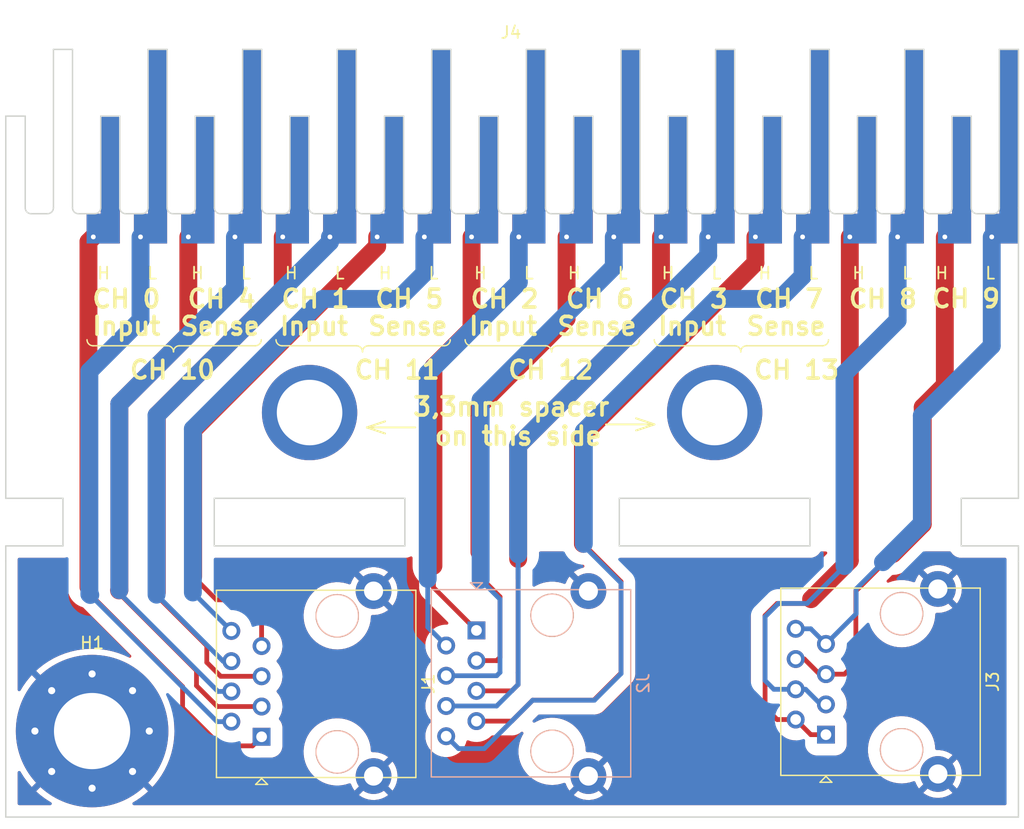
<source format=kicad_pcb>
(kicad_pcb (version 20211014) (generator pcbnew)
  (layers (0 "F.Cu" signal "Front") (31 "B.Cu" signal "Back") (34 "B.Paste" user) (35 "F.Paste" user) (36 "B.SilkS" user "B.Silkscreen") (37 "F.SilkS" user "F.Silkscreen") (38 "B.Mask" user) (39 "F.Mask" user) (44 "Edge.Cuts" user))
  (net 0 "")
  (net 1 "/CH0 H")
  (net 2 "/CH0 L")
  (net 3 "/CH4 H")
  (net 4 "/CH4 L")
  (net 5 "/CH1 H")
  (net 6 "/CH1 L")
  (net 7 "/CH5 H")
  (net 8 "/CH5 L")
  (net 9 "GND")
  (net 10 "/CH2 H")
  (net 11 "/CH2 L")
  (net 12 "/CH6 H")
  (net 13 "/CH6 L")
  (net 14 "/CH3 H")
  (net 15 "/CH3 L")
  (net 16 "/CH7 H")
  (net 17 "/CH7 L")
  (net 18 "/CH8 H")
  (net 19 "/CH8 L")
  (net 20 "/CH9 H")
  (net 21 "/CH9 L")
  (footprint "MountingHole:MountingHole_6.4mm_M6_Pad_Via" (layer "F.Cu") (at 97.8408 74.7776)
    (fp_text reference "H1")
    (fp_text value "GND")
  )
  (footprint "Connector_RJ:RJ45_OST_PJ012-8P8CX_Vertical_SH" (layer "F.Cu") (at 159.439 75.08 90)
    (fp_text reference "J3")
    (fp_text value "RJ45_Shielded")
  )
  (footprint "Connector_RJ:RJ45_OST_PJ012-8P8CX_Vertical_SH" (layer "F.Cu") (at 112.068 75.2578 90)
    (fp_text reference "J1")
    (fp_text value "RJ45_Shielded")
  )
  (footprint "David:44491A_screw_terminal_PCB" (layer "F.Cu") (at 133.096 17.526)
    (fp_text reference "J4")
    (fp_text value "HP_44491A_Screw_Terminal_PCB")
    (fp_line (start 13.11 13.3) (end 13.11 5.6) (layer "Edge.Cuts") (width 0.12))
    (fp_line (start 9 37.7) (end 25 37.7) (layer "Edge.Cuts") (width 0.12))
    (fp_line (start -42.5 5.6) (end -40.87 5.6) (layer "Edge.Cuts") (width 0.12))
    (fp_line (start -24.99 13.3) (end -24.99 5.6) (layer "Edge.Cuts") (width 0.12))
    (fp_line (start 13.11 5.6) (end 14.71 5.6) (layer "Edge.Cuts") (width 0.12))
    (fp_line (start 0.7 13.8) (end -0.67 13.8) (layer "Edge.Cuts") (width 0.12))
    (fp_line (start 9.14 13.3) (end 9.14 0) (layer "Edge.Cuts") (width 0.12))
    (fp_line (start 9 37.7) (end 9 41.7) (layer "Edge.Cuts") (width 0.12))
    (fp_line (start -18.65 5.6) (end -17.05 5.6) (layer "Edge.Cuts") (width 0.12))
    (fp_line (start -40.87 13.3) (end -40.87 5.6) (layer "Edge.Cuts") (width 0.12))
    (fp_line (start -37.7 37.7) (end -37.7 41.7) (layer "Edge.Cuts") (width 0.12))
    (fp_line (start 42.5 13.3) (end 42.5 37.7) (layer "Edge.Cuts") (width 0.12))
    (fp_line (start 14.71 13.3) (end 14.71 5.6) (layer "Edge.Cuts") (width 0.12))
    (fp_line (start 1.2 13.3) (end 1.2 0) (layer "Edge.Cuts") (width 0.12))
    (fp_line (start -26.59 5.6) (end -24.99 5.6) (layer "Edge.Cuts") (width 0.12))
    (fp_line (start -3.27 13.8) (end -4.64 13.8) (layer "Edge.Cuts") (width 0.12))
    (fp_line (start 40.4 13.8) (end 39.03 13.8) (layer "Edge.Cuts") (width 0.12))
    (fp_line (start 37.7 37.7) (end 37.7 41.7) (layer "Edge.Cuts") (width 0.12))
    (fp_line (start -35.03 13.8) (end -36.4 13.8) (layer "Edge.Cuts") (width 0.12))
    (fp_line (start -28.96 0) (end -28.96 13.3) (layer "Edge.Cuts") (width 0.12))
    (fp_line (start -21.02 0) (end -21.02 13.3) (layer "Edge.Cuts") (width 0.12))
    (fp_line (start 1.2 0) (end 2.8 0) (layer "Edge.Cuts") (width 0.12))
    (fp_line (start -9.11 13.3) (end -9.11 5.6) (layer "Edge.Cuts") (width 0.12))
    (fp_line (start -2.77 5.6) (end -1.17 5.6) (layer "Edge.Cuts") (width 0.12))
    (fp_line (start 25.02 13.3) (end 25.02 0) (layer "Edge.Cuts") (width 0.12))
    (fp_line (start 25 37.7) (end 25 41.7) (layer "Edge.Cuts") (width 0.12))
    (fp_line (start 32.46 13.8) (end 31.09 13.8) (layer "Edge.Cuts") (width 0.12))
    (fp_line (start -22.62 0) (end -21.02 0) (layer "Edge.Cuts") (width 0.12))
    (fp_line (start -34.53 5.6) (end -32.93 5.6) (layer "Edge.Cuts") (width 0.12))
    (fp_line (start -6.74 13.3) (end -6.74 0) (layer "Edge.Cuts") (width 0.12))
    (fp_line (start -25 41.7) (end -9 41.7) (layer "Edge.Cuts") (width 0.12))
    (fp_line (start 34.56 0) (end 34.56 13.3) (layer "Edge.Cuts") (width 0.12))
    (fp_line (start 21.05 5.6) (end 22.65 5.6) (layer "Edge.Cuts") (width 0.12))
    (fp_line (start -25 37.7) (end -9 37.7) (layer "Edge.Cuts") (width 0.12))
    (fp_line (start -39 13.8) (end -40.37 13.8) (layer "Edge.Cuts") (width 0.12))
    (fp_line (start -9 37.7) (end -9 41.7) (layer "Edge.Cuts") (width 0.12))
    (fp_line (start -25 37.7) (end -25 41.7) (layer "Edge.Cuts") (width 0.12))
    (fp_line (start -38.5 0) (end -36.9 0) (layer "Edge.Cuts") (width 0.12))
    (fp_line (start -10.71 5.6) (end -9.11 5.6) (layer "Edge.Cuts") (width 0.12))
    (fp_line (start -13.08 0) (end -13.08 13.3) (layer "Edge.Cuts") (width 0.12))
    (fp_line (start -31.06 13.8) (end -32.43 13.8) (layer "Edge.Cuts") (width 0.12))
    (fp_line (start 12.61 13.8) (end 11.24 13.8) (layer "Edge.Cuts") (width 0.12))
    (fp_line (start -42.5 41.7) (end -37.7 41.7) (layer "Edge.Cuts") (width 0.12))
    (fp_line (start 16.58 13.8) (end 15.21 13.8) (layer "Edge.Cuts") (width 0.12))
    (fp_line (start 38.53 13.3) (end 38.53 5.6) (layer "Edge.Cuts") (width 0.12))
    (fp_line (start -15.18 13.8) (end -16.55 13.8) (layer "Edge.Cuts") (width 0.12))
    (fp_line (start 17.08 0) (end 18.68 0) (layer "Edge.Cuts") (width 0.12))
    (fp_line (start 25.02 0) (end 26.62 0) (layer "Edge.Cuts") (width 0.12))
    (fp_line (start 21.05 13.3) (end 21.05 5.6) (layer "Edge.Cuts") (width 0.12))
    (fp_line (start 8.64 13.8) (end 7.27 13.8) (layer "Edge.Cuts") (width 0.12))
    (fp_line (start -22.62 13.3) (end -22.62 0) (layer "Edge.Cuts") (width 0.12))
    (fp_line (start 28.99 5.6) (end 30.59 5.6) (layer "Edge.Cuts") (width 0.12))
    (fp_line (start -5.14 0) (end -5.14 13.3) (layer "Edge.Cuts") (width 0.12))
    (fp_line (start 17.08 13.3) (end 17.08 0) (layer "Edge.Cuts") (width 0.12))
    (fp_line (start -14.68 13.3) (end -14.68 0) (layer "Edge.Cuts") (width 0.12))
    (fp_line (start 42.5 41.7) (end 42.5 43) (layer "Edge.Cuts") (width 0.12))
    (fp_line (start 42.5 37.7) (end 37.7 37.7) (layer "Edge.Cuts") (width 0.12))
    (fp_line (start 36.93 5.6) (end 38.53 5.6) (layer "Edge.Cuts") (width 0.12))
    (fp_line (start -10.71 13.3) (end -10.71 5.6) (layer "Edge.Cuts") (width 0.12))
    (fp_line (start 30.59 13.3) (end 30.59 5.6) (layer "Edge.Cuts") (width 0.12))
    (fp_line (start -27.09 13.8) (end -28.46 13.8) (layer "Edge.Cuts") (width 0.12))
    (fp_line (start 26.62 0) (end 26.62 13.3) (layer "Edge.Cuts") (width 0.12))
    (fp_line (start 10.74 0) (end 10.74 13.3) (layer "Edge.Cuts") (width 0.12))
    (fp_line (start 20.55 13.8) (end 19.18 13.8) (layer "Edge.Cuts") (width 0.12))
    (fp_line (start 24.52 13.8) (end 23.15 13.8) (layer "Edge.Cuts") (width 0.12))
    (fp_line (start 6.77 13.3) (end 6.77 5.6) (layer "Edge.Cuts") (width 0.12))
    (fp_line (start -36.9 0) (end -36.9 13.3) (layer "Edge.Cuts") (width 0.12))
    (fp_line (start -30.56 13.3) (end -30.56 0) (layer "Edge.Cuts") (width 0.12))
    (fp_line (start -7.24 13.8) (end -8.61 13.8) (layer "Edge.Cuts") (width 0.12))
    (fp_line (start -42.5 13.3) (end -42.5 5.6) (layer "Edge.Cuts") (width 0.12))
    (fp_line (start 2.8 0) (end 2.8 13.3) (layer "Edge.Cuts") (width 0.12))
    (fp_line (start -14.68 0) (end -13.08 0) (layer "Edge.Cuts") (width 0.12))
    (fp_line (start 32.96 0) (end 34.56 0) (layer "Edge.Cuts") (width 0.12))
    (fp_line (start 40.9 13.3) (end 40.9 0) (layer "Edge.Cuts") (width 0.12))
    (fp_line (start -32.93 13.3) (end -32.93 5.6) (layer "Edge.Cuts") (width 0.12))
    (fp_line (start -38.5 13.3) (end -38.5 0) (layer "Edge.Cuts") (width 0.12))
    (fp_line (start -19.15 13.8) (end -20.52 13.8) (layer "Edge.Cuts") (width 0.12))
    (fp_line (start 22.65 13.3) (end 22.65 5.6) (layer "Edge.Cuts") (width 0.12))
    (fp_line (start -42.5 13.3) (end -42.5 37.7) (layer "Edge.Cuts") (width 0.12))
    (fp_line (start -6.74 0) (end -5.14 0) (layer "Edge.Cuts") (width 0.12))
    (fp_line (start -34.53 13.3) (end -34.53 5.6) (layer "Edge.Cuts") (width 0.12))
    (fp_line (start -2.77 13.3) (end -2.77 5.6) (layer "Edge.Cuts") (width 0.12))
    (fp_line (start 18.68 0) (end 18.68 13.3) (layer "Edge.Cuts") (width 0.12))
    (fp_line (start 40.9 0) (end 42.5 0) (layer "Edge.Cuts") (width 0.12))
    (fp_line (start 37.7 41.7) (end 42.5 41.7) (layer "Edge.Cuts") (width 0.12))
    (fp_line (start 28.99 13.3) (end 28.99 5.6) (layer "Edge.Cuts") (width 0.12))
    (fp_line (start 42.5 0) (end 42.5 13.3) (layer "Edge.Cuts") (width 0.12))
    (fp_line (start 4.67 13.8) (end 3.3 13.8) (layer "Edge.Cuts") (width 0.12))
    (fp_line (start -42.5 41.7) (end -42.5 43) (layer "Edge.Cuts") (width 0.12))
    (fp_line (start 36.93 13.3) (end 36.93 5.6) (layer "Edge.Cuts") (width 0.12))
    (fp_line (start 9.14 0) (end 10.74 0) (layer "Edge.Cuts") (width 0.12))
    (fp_line (start 5.17 13.3) (end 5.17 5.6) (layer "Edge.Cuts") (width 0.12))
    (fp_line (start -42.5 37.7) (end -37.7 37.7) (layer "Edge.Cuts") (width 0.12))
    (fp_line (start 32.96 13.3) (end 32.96 0) (layer "Edge.Cuts") (width 0.12))
    (fp_line (start -18.65 13.3) (end -18.65 5.6) (layer "Edge.Cuts") (width 0.12))
    (fp_line (start 9 41.7) (end 25 41.7) (layer "Edge.Cuts") (width 0.12))
    (fp_line (start -1.17 13.3) (end -1.17 5.6) (layer "Edge.Cuts") (width 0.12))
    (fp_line (start -11.21 13.8) (end -12.58 13.8) (layer "Edge.Cuts") (width 0.12))
    (fp_line (start 36.43 13.8) (end 35.06 13.8) (layer "Edge.Cuts") (width 0.12))
    (fp_line (start 5.17 5.6) (end 6.77 5.6) (layer "Edge.Cuts") (width 0.12))
    (fp_line (start -26.59 13.3) (end -26.59 5.6) (layer "Edge.Cuts") (width 0.12))
    (fp_line (start -30.56 0) (end -28.96 0) (layer "Edge.Cuts") (width 0.12))
    (fp_line (start -23.12 13.8) (end -24.49 13.8) (layer "Edge.Cuts") (width 0.12))
    (fp_line (start -17.05 13.3) (end -17.05 5.6) (layer "Edge.Cuts") (width 0.12))
    (fp_line (start 28.49 13.8) (end 27.12 13.8) (layer "Edge.Cuts") (width 0.12))
    (fp_arc (start 7.27 13.8) (mid 6.916447 13.653553) (end 6.77 13.3) (layer "Edge.Cuts") (width 0.12))
    (fp_arc (start -0.67 13.8) (mid -1.023553 13.653553) (end -1.17 13.3) (layer "Edge.Cuts") (width 0.12))
    (fp_arc (start 17.08 13.3) (mid 16.933553 13.653553) (end 16.58 13.8) (layer "Edge.Cuts") (width 0.12))
    (fp_arc (start 25.02 13.3) (mid 24.873553 13.653553) (end 24.52 13.8) (layer "Edge.Cuts") (width 0.12))
    (fp_arc (start 15.21 13.8) (mid 14.856447 13.653553) (end 14.71 13.3) (layer "Edge.Cuts") (width 0.12))
    (fp_arc (start 40.9 13.3) (mid 40.753553 13.653553) (end 40.4 13.8) (layer "Edge.Cuts") (width 0.12))
    (fp_arc (start 31.09 13.8) (mid 30.736447 13.653553) (end 30.59 13.3) (layer "Edge.Cuts") (width 0.12))
    (fp_arc (start 13.11 13.3) (mid 12.963553 13.653553) (end 12.61 13.8) (layer "Edge.Cuts") (width 0.12))
    (fp_arc (start 1.2 13.3) (mid 1.053553 13.653553) (end 0.7 13.8) (layer "Edge.Cuts") (width 0.12))
    (fp_arc (start -8.61 13.8) (mid -8.963553 13.653553) (end -9.11 13.3) (layer "Edge.Cuts") (width 0.12))
    (fp_arc (start -20.52 13.8) (mid -20.873553 13.653553) (end -21.02 13.3) (layer "Edge.Cuts") (width 0.12))
    (fp_arc (start -14.68 13.3) (mid -14.826447 13.653553) (end -15.18 13.8) (layer "Edge.Cuts") (width 0.12))
    (fp_arc (start -10.71 13.3) (mid -10.856447 13.653553) (end -11.21 13.8) (layer "Edge.Cuts") (width 0.12))
    (fp_arc (start -36.4 13.8) (mid -36.753553 13.653553) (end -36.9 13.3) (layer "Edge.Cuts") (width 0.12))
    (fp_arc (start -2.77 13.3) (mid -2.916447 13.653553) (end -3.27 13.8) (layer "Edge.Cuts") (width 0.12))
    (fp_arc (start -34.53 13.3) (mid -34.676447 13.653553) (end -35.03 13.8) (layer "Edge.Cuts") (width 0.12))
    (fp_arc (start -24.49 13.8) (mid -24.843553 13.653553) (end -24.99 13.3) (layer "Edge.Cuts") (width 0.12))
    (fp_arc (start -16.55 13.8) (mid -16.903553 13.653553) (end -17.05 13.3) (layer "Edge.Cuts") (width 0.12))
    (fp_arc (start 32.96 13.3) (mid 32.813553 13.653553) (end 32.46 13.8) (layer "Edge.Cuts") (width 0.12))
    (fp_arc (start -4.64 13.8) (mid -4.993553 13.653553) (end -5.14 13.3) (layer "Edge.Cuts") (width 0.12))
    (fp_arc (start -32.43 13.8) (mid -32.783553 13.653553) (end -32.93 13.3) (layer "Edge.Cuts") (width 0.12))
    (fp_arc (start 35.06 13.8) (mid 34.706447 13.653553) (end 34.56 13.3) (layer "Edge.Cuts") (width 0.12))
    (fp_arc (start 27.12 13.8) (mid 26.766447 13.653553) (end 26.62 13.3) (layer "Edge.Cuts") (width 0.12))
    (fp_arc (start 39.03 13.8) (mid 38.676447 13.653553) (end 38.53 13.3) (layer "Edge.Cuts") (width 0.12))
    (fp_arc (start 11.24 13.8) (mid 10.886447 13.653553) (end 10.74 13.3) (layer "Edge.Cuts") (width 0.12))
    (fp_arc (start 19.18 13.8) (mid 18.826447 13.653553) (end 18.68 13.3) (layer "Edge.Cuts") (width 0.12))
    (fp_arc (start -22.62 13.3) (mid -22.766447 13.653553) (end -23.12 13.8) (layer "Edge.Cuts") (width 0.12))
    (fp_arc (start -6.74 13.3) (mid -6.886447 13.653553) (end -7.24 13.8) (layer "Edge.Cuts") (width 0.12))
    (fp_arc (start -28.46 13.8) (mid -28.813553 13.653553) (end -28.96 13.3) (layer "Edge.Cuts") (width 0.12))
    (fp_arc (start 9.14 13.3) (mid 8.993553 13.653553) (end 8.64 13.8) (layer "Edge.Cuts") (width 0.12))
    (fp_arc (start 36.93 13.3) (mid 36.783553 13.653553) (end 36.43 13.8) (layer "Edge.Cuts") (width 0.12))
    (fp_arc (start -40.37 13.8) (mid -40.723553 13.653553) (end -40.87 13.3) (layer "Edge.Cuts") (width 0.12))
    (fp_arc (start -12.58 13.8) (mid -12.933553 13.653553) (end -13.08 13.3) (layer "Edge.Cuts") (width 0.12))
    (fp_arc (start -38.5 13.3) (mid -38.646447 13.653553) (end -39 13.8) (layer "Edge.Cuts") (width 0.12))
    (fp_arc (start -18.65 13.3) (mid -18.796447 13.653553) (end -19.15 13.8) (layer "Edge.Cuts") (width 0.12))
    (fp_arc (start 23.15 13.8) (mid 22.796447 13.653553) (end 22.65 13.3) (layer "Edge.Cuts") (width 0.12))
    (fp_arc (start 5.17 13.3) (mid 5.023553 13.653553) (end 4.67 13.8) (layer "Edge.Cuts") (width 0.12))
    (fp_arc (start 28.99 13.3) (mid 28.843553 13.653553) (end 28.49 13.8) (layer "Edge.Cuts") (width 0.12))
    (fp_arc (start -26.59 13.3) (mid -26.736447 13.653553) (end -27.09 13.8) (layer "Edge.Cuts") (width 0.12))
    (fp_arc (start 21.05 13.3) (mid 20.903553 13.653553) (end 20.55 13.8) (layer "Edge.Cuts") (width 0.12))
    (fp_arc (start -30.56 13.3) (mid -30.706447 13.653553) (end -31.06 13.8) (layer "Edge.Cuts") (width 0.12))
    (fp_arc (start 3.3 13.8) (mid 2.946447 13.653553) (end 2.8 13.3) (layer "Edge.Cuts") (width 0.12))
  )
  (footprint "Connector_RJ:RJ45_OST_PJ012-8P8CX_Vertical_SH" (layer "B.Cu") (at 130.102 66.3218 -90)
    (fp_text reference "J2")
    (fp_text value "RJ45_Shielded")
  )
  (gr_line (start 145.034 49.022) (end 140.97 49.022) (layer "F.SilkS") (width 0.1524))
  (gr_line (start 143.51 49.53) (end 145.034 49.022) (layer "F.SilkS") (width 0.1524))
  (gr_line (start 145.034 49.022) (end 143.51 48.514) (layer "F.SilkS") (width 0.1524))
  (gr_line (start 120.904 49.276) (end 122.428 48.768) (layer "F.SilkS") (width 0.1524))
  (gr_line (start 122.428 48.768) (end 120.904 49.276) (layer "F.SilkS") (width 0.1524))
  (gr_line (start 143.51 48.514) (end 145.034 49.022) (layer "F.SilkS") (width 0.1524))
  (gr_line (start 120.904 49.276) (end 124.968 49.276) (layer "F.SilkS") (width 0.1524))
  (gr_line (start 120.904 49.276) (end 122.428 49.784) (layer "F.SilkS") (width 0.1524))
  (gr_line (start 145.034 49.022) (end 143.51 49.53) (layer "F.SilkS") (width 0.1524))
  (gr_line (start 122.428 49.784) (end 120.904 49.276) (layer "F.SilkS") (width 0.1524))
  (gr_line (start 90.596 82) (end 175.596 82) (layer "Edge.Cuts") (width 0.12))
  (gr_line (start 90.596 60.526) (end 90.596 82) (layer "Edge.Cuts") (width 0.12))
  (gr_line (start 175.596 60.526) (end 175.596 82) (layer "Edge.Cuts") (width 0.12))
  (gr_text "3,3mm spacer \non this side" (at 133.604 48.768) (layer "F.SilkS") (effects (font (size 1.524 1.524) (thickness 0.3048))))
  (segment (start 97.536 63.1444) (end 97.536 62.6872) (width 0.4) (layer "F.Cu") (net 1))
  (segment (start 105.4354 72.8218) (end 105.4354 71.0438) (width 0.4) (layer "F.Cu") (net 1))
  (segment (start 105.4354 71.0438) (end 97.536 63.1444) (width 0.4) (layer "F.Cu") (net 1))
  (segment (start 97.536 33.6804) (end 97.536 62.6872) (width 1.5) (layer "F.Cu") (net 1))
  (segment (start 112.068 75.2578) (end 111.3036 76.0222) (width 0.4) (layer "F.Cu") (net 1))
  (segment (start 97.9424 33.274) (end 97.536 33.6804) (width 1.5) (layer "F.Cu") (net 1))
  (segment (start 111.3036 76.0222) (end 108.6358 76.0222) (width 0.4) (layer "F.Cu") (net 1))
  (segment (start 108.6358 76.0222) (end 105.4354 72.8218) (width 0.4) (layer "F.Cu") (net 1))
  (segment (start 109.528 73.9878) (end 108.3286 73.9878) (width 0.4) (layer "B.Cu") (net 2))
  (segment (start 101.9048 40.259) (end 97.6122 44.5516) (width 1.5) (layer "B.Cu") (net 2))
  (segment (start 97.6122 44.5516) (end 97.6122 63.2714) (width 1.5) (layer "B.Cu") (net 2))
  (segment (start 108.3286 73.9878) (end 97.6884 63.3476) (width 0.4) (layer "B.Cu") (net 2))
  (segment (start 101.9048 33.274) (end 101.9048 40.259) (width 1.5) (layer "B.Cu") (net 2))
  (segment (start 97.6122 63.2714) (end 97.6884 63.3476) (width 1.5) (layer "B.Cu") (net 2))
  (segment (start 105.918 41.5036) (end 100.1268 47.2948) (width 1.5) (layer "F.Cu") (net 3))
  (segment (start 105.918 33.274) (end 105.918 41.5036) (width 1.5) (layer "F.Cu") (net 3))
  (segment (start 108.354 72.7178) (end 106.6038 70.9676) (width 0.4) (layer "F.Cu") (net 3))
  (segment (start 106.6038 69.6976) (end 100.1014 63.1952) (width 0.4) (layer "F.Cu") (net 3))
  (segment (start 100.1268 62.9412) (end 100.1014 62.9666) (width 1.5) (layer "F.Cu") (net 3))
  (segment (start 100.1014 63.1952) (end 100.1014 62.9666) (width 0.4) (layer "F.Cu") (net 3))
  (segment (start 106.6038 70.9676) (end 106.6038 69.6976) (width 0.4) (layer "F.Cu") (net 3))
  (segment (start 112.068 72.7178) (end 108.354 72.7178) (width 0.4) (layer "F.Cu") (net 3))
  (segment (start 100.1268 47.2948) (end 100.1268 62.9412) (width 1.5) (layer "F.Cu") (net 3))
  (segment (start 109.8296 33.274) (end 109.8296 37.592) (width 1.5) (layer "B.Cu") (net 4))
  (segment (start 108.4048 71.4478) (end 100.1268 63.1698) (width 0.4) (layer "B.Cu") (net 4))
  (segment (start 100.1268 63.1698) (end 100.1268 62.9412) (width 0.4) (layer "B.Cu") (net 4))
  (segment (start 100.1268 47.2948) (end 100.1268 62.9412) (width 1.5) (layer "B.Cu") (net 4))
  (segment (start 109.528 71.4478) (end 108.4048 71.4478) (width 0.4) (layer "B.Cu") (net 4))
  (segment (start 109.8296 37.592) (end 100.1268 47.2948) (width 1.5) (layer "B.Cu") (net 4))
  (segment (start 113.8428 33.274) (end 113.8428 37.6682) (width 1.5) (layer "F.Cu") (net 5))
  (segment (start 107.4674 67.6148) (end 103.2764 63.4238) (width 0.4) (layer "F.Cu") (net 5))
  (segment (start 103.2764 48.2346) (end 103.2764 63.1444) (width 1.5) (layer "F.Cu") (net 5))
  (segment (start 112.068 70.1778) (end 108.6334 70.1778) (width 0.4) (layer "F.Cu") (net 5))
  (segment (start 108.6334 70.1778) (end 107.4674 69.0118) (width 0.4) (layer "F.Cu") (net 5))
  (segment (start 103.2764 63.4238) (end 103.2764 63.1444) (width 0.4) (layer "F.Cu") (net 5))
  (segment (start 107.4674 69.0118) (end 107.4674 67.6148) (width 0.4) (layer "F.Cu") (net 5))
  (segment (start 113.8428 37.6682) (end 103.2764 48.2346) (width 1.5) (layer "F.Cu") (net 5))
  (segment (start 117.8052 33.7058) (end 103.251 48.26) (width 1.5) (layer "B.Cu") (net 6))
  (segment (start 103.251 48.26) (end 103.251 63.3222) (width 1.5) (layer "B.Cu") (net 6))
  (segment (start 117.8052 33.274) (end 117.8052 33.7058) (width 1.5) (layer "B.Cu") (net 6))
  (segment (start 109.528 68.9078) (end 108.8366 68.9078) (width 0.4) (layer "B.Cu") (net 6))
  (segment (start 108.8366 68.9078) (end 103.251 63.3222) (width 0.4) (layer "B.Cu") (net 6))
  (segment (start 110.1598 63.754) (end 108.2802 63.754) (width 0.4) (layer "F.Cu") (net 7))
  (segment (start 121.7676 33.274) (end 121.7676 34.0614) (width 1.5) (layer "F.Cu") (net 7))
  (segment (start 121.7676 34.0614) (end 106.3244 49.5046) (width 1.5) (layer "F.Cu") (net 7))
  (segment (start 112.068 65.6622) (end 110.1598 63.754) (width 0.4) (layer "F.Cu") (net 7))
  (segment (start 112.068 67.6378) (end 112.068 65.6622) (width 0.4) (layer "F.Cu") (net 7))
  (segment (start 106.3244 49.5046) (end 106.3244 61.7982) (width 1.5) (layer "F.Cu") (net 7))
  (segment (start 108.2802 63.754) (end 106.3244 61.7982) (width 0.4) (layer "F.Cu") (net 7))
  (segment (start 109.528 66.3678) (end 106.299 63.1388) (width 0.4) (layer "B.Cu") (net 8))
  (segment (start 123.571 38.481) (end 125.73 36.322) (width 1.5) (layer "B.Cu") (net 8))
  (segment (start 125.73 36.322) (end 125.73 33.274) (width 1.5) (layer "B.Cu") (net 8))
  (segment (start 106.299 63.1388) (end 106.299 49.403) (width 1.5) (layer "B.Cu") (net 8))
  (segment (start 117.221 38.481) (end 123.571 38.481) (width 1.5) (layer "B.Cu") (net 8))
  (segment (start 106.299 49.403) (end 117.221 38.481) (width 1.5) (layer "B.Cu") (net 8))
  (segment (start 126.492 44.196) (end 126.492 60.9028) (width 1.5) (layer "F.Cu") (net 10))
  (segment (start 129.6924 33.274) (end 129.6924 40.4876) (width 1.5) (layer "F.Cu") (net 10))
  (segment (start 129.6924 40.4876) (end 129.6924 40.9956) (width 1.5) (layer "F.Cu") (net 10))
  (segment (start 126.492 62.7118) (end 130.102 66.3218) (width 0.4) (layer "F.Cu") (net 10))
  (segment (start 129.6924 40.9956) (end 129.6924 33.274) (width 0.4) (layer "F.Cu") (net 10))
  (segment (start 126.492 60.9028) (end 126.492 62.7118) (width 0.4) (layer "F.Cu") (net 10))
  (segment (start 129.6924 40.9956) (end 126.492 44.196) (width 1.5) (layer "F.Cu") (net 10))
  (segment (start 133.6548 33.274) (end 133.6548 37.0904) (width 1.5) (layer "B.Cu") (net 11))
  (segment (start 127.562 67.5918) (end 126.0126 66.0424) (width 0.4) (layer "B.Cu") (net 11))
  (segment (start 126.0126 66.0424) (end 126.0126 62.0046) (width 0.4) (layer "B.Cu") (net 11))
  (segment (start 126.0126 44.7326) (end 126.0126 62.0046) (width 1.5) (layer "B.Cu") (net 11))
  (segment (start 133.6548 37.0904) (end 126.0126 44.7326) (width 1.5) (layer "B.Cu") (net 11))
  (segment (start 137.668 40.132) (end 130.3528 47.4472) (width 1.5) (layer "F.Cu") (net 12))
  (segment (start 131.7982 68.8618) (end 132.08 68.58) (width 0.4) (layer "F.Cu") (net 12))
  (segment (start 132.08 68.58) (end 132.08 63.5) (width 0.4) (layer "F.Cu") (net 12))
  (segment (start 132.08 63.5) (end 130.3528 61.7728) (width 0.4) (layer "F.Cu") (net 12))
  (segment (start 130.3528 47.4472) (end 130.3528 59.7408) (width 1.5) (layer "F.Cu") (net 12))
  (segment (start 137.668 33.274) (end 137.668 40.132) (width 1.5) (layer "F.Cu") (net 12))
  (segment (start 130.3528 61.7728) (end 130.3528 59.7408) (width 0.4) (layer "F.Cu") (net 12))
  (segment (start 130.102 68.8618) (end 131.7982 68.8618) (width 0.4) (layer "F.Cu") (net 12))
  (segment (start 132.08 63.7032) (end 130.4544 62.0776) (width 0.4) (layer "B.Cu") (net 13))
  (segment (start 131.7982 70.1318) (end 132.08 69.85) (width 0.4) (layer "B.Cu") (net 13))
  (segment (start 130.4544 46.9646) (end 130.4544 62.0776) (width 1.5) (layer "B.Cu") (net 13))
  (segment (start 141.6304 33.274) (end 141.6304 35.7886) (width 1.5) (layer "B.Cu") (net 13))
  (segment (start 132.08 69.85) (end 132.08 63.7032) (width 0.4) (layer "B.Cu") (net 13))
  (segment (start 141.6304 35.7886) (end 130.4544 46.9646) (width 1.5) (layer "B.Cu") (net 13))
  (segment (start 127.562 70.1318) (end 131.7982 70.1318) (width 0.4) (layer "B.Cu") (net 13))
  (segment (start 133.0682 71.4018) (end 130.102 71.4018) (width 0.4) (layer "F.Cu") (net 14))
  (segment (start 145.5928 38.8112) (end 145.5928 33.274) (width 1.5) (layer "F.Cu") (net 14))
  (segment (start 133.604 50.8) (end 145.5928 38.8112) (width 1.5) (layer "F.Cu") (net 14))
  (segment (start 133.604 60.325) (end 133.604 70.866) (width 0.4) (layer "F.Cu") (net 14))
  (segment (start 133.604 70.866) (end 133.0682 71.4018) (width 0.4) (layer "F.Cu") (net 14))
  (segment (start 133.604 60.325) (end 133.604 50.8) (width 1.5) (layer "F.Cu") (net 14))
  (segment (start 149.5552 34.8488) (end 133.604 50.8) (width 1.5) (layer "B.Cu") (net 15))
  (segment (start 133.604 50.8) (end 133.604 59.944) (width 1.5) (layer "B.Cu") (net 15))
  (segment (start 149.5552 33.274) (end 149.5552 34.8488) (width 1.5) (layer "B.Cu") (net 15))
  (segment (start 149.5552 33.9598) (end 149.5552 33.274) (width 0.4) (layer "B.Cu") (net 15))
  (segment (start 131.7982 72.6718) (end 133.604 70.866) (width 0.4) (layer "B.Cu") (net 15))
  (segment (start 133.604 69.8754) (end 133.604 59.944) (width 0.4) (layer "B.Cu") (net 15))
  (segment (start 133.604 61.976) (end 133.604 59.944) (width 0.4) (layer "B.Cu") (net 15))
  (segment (start 133.604 70.866) (end 133.604 69.8754) (width 0.4) (layer "B.Cu") (net 15))
  (segment (start 133.604 69.8754) (end 133.604 61.976) (width 0.127) (layer "B.Cu") (net 15))
  (segment (start 127.562 72.6718) (end 131.7982 72.6718) (width 0.4) (layer "B.Cu") (net 15))
  (segment (start 153.5176 35.4584) (end 153.5176 33.274) (width 1.5) (layer "F.Cu") (net 16))
  (segment (start 139.954 72.1868) (end 134.8232 72.1868) (width 0.4) (layer "F.Cu") (net 16))
  (segment (start 133.0682 73.9418) (end 130.102 73.9418) (width 0.4) (layer "F.Cu") (net 16))
  (segment (start 139.0396 49.9364) (end 153.5176 35.4584) (width 1.5) (layer "F.Cu") (net 16))
  (segment (start 139.0396 59.0296) (end 139.0396 49.9364) (width 1.5) (layer "F.Cu") (net 16))
  (segment (start 139.065 59.055) (end 139.0396 59.0296) (width 1.5) (layer "F.Cu") (net 16))
  (segment (start 139.065 59.055) (end 142.24 62.23) (width 0.4) (layer "F.Cu") (net 16))
  (segment (start 142.24 69.9008) (end 139.954 72.1868) (width 0.4) (layer "F.Cu") (net 16))
  (segment (start 134.8232 72.1868) (end 133.0682 73.9418) (width 0.4) (layer "F.Cu") (net 16))
  (segment (start 142.24 62.23) (end 142.24 69.9008) (width 0.4) (layer "F.Cu") (net 16))
  (segment (start 140.0048 72.1868) (end 134.8232 72.1868) (width 0.4) (layer "B.Cu") (net 17))
  (segment (start 142.24 69.9516) (end 140.0048 72.1868) (width 0.4) (layer "B.Cu") (net 17))
  (segment (start 150.241 38.481) (end 155.575 38.481) (width 1.5) (layer "B.Cu") (net 17))
  (segment (start 157.48 36.576) (end 157.48 33.274) (width 1.5) (layer "B.Cu") (net 17))
  (segment (start 139.1158 49.6062) (end 150.241 38.481) (width 1.5) (layer "B.Cu") (net 17))
  (segment (start 155.575 38.481) (end 157.48 36.576) (width 1.5) (layer "B.Cu") (net 17))
  (segment (start 142.24 62.3443) (end 142.24 69.9516) (width 0.4) (layer "B.Cu") (net 17))
  (segment (start 134.8232 72.1868) (end 130.7592 76.2508) (width 0.4) (layer "B.Cu") (net 17))
  (segment (start 128.601 76.2508) (end 127.562 75.2118) (width 0.4) (layer "B.Cu") (net 17))
  (segment (start 139.1158 59.055) (end 139.1158 49.6062) (width 1.5) (layer "B.Cu") (net 17))
  (segment (start 130.7592 76.2508) (end 128.601 76.2508) (width 0.4) (layer "B.Cu") (net 17))
  (segment (start 139.1158 59.055) (end 139.1158 59.2201) (width 0.4) (layer "B.Cu") (net 17))
  (segment (start 139.1158 59.2201) (end 142.24 62.3443) (width 0.4) (layer "B.Cu") (net 17))
  (segment (start 159.439 75.08) (end 158.169 75.08) (width 0.4) (layer "F.Cu") (net 18))
  (segment (start 154.3304 72.7964) (end 154.3304 65.0748) (width 0.4) (layer "F.Cu") (net 18))
  (segment (start 155.344 73.81) (end 154.3304 72.7964) (width 0.4) (layer "F.Cu") (net 18))
  (segment (start 161.4424 33.274) (end 161.4424 60.452) (width 1.5) (layer "F.Cu") (net 18))
  (segment (start 161.4424 60.452) (end 158.1912 63.7032) (width 1.5) (layer "F.Cu") (net 18))
  (segment (start 155.3464 64.0588) (end 157.8356 64.0588) (width 0.4) (layer "F.Cu") (net 18))
  (segment (start 156.899 73.81) (end 155.344 73.81) (width 0.4) (layer "F.Cu") (net 18))
  (segment (start 154.3304 65.0748) (end 155.3464 64.0588) (width 0.4) (layer "F.Cu") (net 18))
  (segment (start 158.169 75.08) (end 156.899 73.81) (width 0.4) (layer "F.Cu") (net 18))
  (segment (start 157.8356 64.0588) (end 158.1912 63.7032) (width 0.4) (layer "F.Cu") (net 18))
  (segment (start 165.4556 33.274) (end 165.4556 40.2844) (width 1.5) (layer "B.Cu") (net 19))
  (segment (start 165.4556 40.2844) (end 160.9979 44.7421) (width 1.5) (layer "B.Cu") (net 19))
  (segment (start 159.439 72.54) (end 159.0016 72.54) (width 0.4) (layer "B.Cu") (net 19))
  (segment (start 154.3304 70.5358) (end 154.3304 65.1764) (width 0.4) (layer "B.Cu") (net 19))
  (segment (start 156.899 71.27) (end 155.0646 71.27) (width 0.4) (layer "B.Cu") (net 19))
  (segment (start 155.0646 71.27) (end 154.3304 70.5358) (width 0.4) (layer "B.Cu") (net 19))
  (segment (start 157.861 64.0588) (end 160.9979 60.9219) (width 0.4) (layer "B.Cu") (net 19))
  (segment (start 157.7316 71.27) (end 156.899 71.27) (width 0.4) (layer "B.Cu") (net 19))
  (segment (start 155.448 64.0588) (end 157.861 64.0588) (width 0.4) (layer "B.Cu") (net 19))
  (segment (start 159.0016 72.54) (end 157.7316 71.27) (width 0.4) (layer "B.Cu") (net 19))
  (segment (start 154.3304 65.1764) (end 155.448 64.0588) (width 0.4) (layer "B.Cu") (net 19))
  (segment (start 160.9979 44.7421) (end 160.9979 60.9219) (width 1.5) (layer "B.Cu") (net 19))
  (segment (start 161.9504 69.0372) (end 161.9504 63.0174) (width 0.4) (layer "F.Cu") (net 20))
  (segment (start 167.5638 47.5742) (end 167.5638 57.404) (width 1.5) (layer "F.Cu") (net 20))
  (segment (start 160.9876 70) (end 161.9504 69.0372) (width 0.4) (layer "F.Cu") (net 20))
  (segment (start 157.63 68.73) (end 156.899 68.73) (width 0.4) (layer "F.Cu") (net 20))
  (segment (start 159.439 70) (end 158.9 70) (width 0.4) (layer "F.Cu") (net 20))
  (segment (start 167.5638 57.404) (end 165.0619 59.9059) (width 1.5) (layer "F.Cu") (net 20))
  (segment (start 158.9 70) (end 157.63 68.73) (width 0.4) (layer "F.Cu") (net 20))
  (segment (start 159.439 70) (end 160.9876 70) (width 0.4) (layer "F.Cu") (net 20))
  (segment (start 169.418 45.72) (end 167.5638 47.5742) (width 1.5) (layer "F.Cu") (net 20))
  (segment (start 169.418 33.274) (end 169.418 45.72) (width 1.5) (layer "F.Cu") (net 20))
  (segment (start 161.9504 63.0174) (end 165.0619 59.9059) (width 0.4) (layer "F.Cu") (net 20))
  (segment (start 158.169 66.19) (end 156.899 66.19) (width 0.4) (layer "B.Cu") (net 21))
  (segment (start 159.439 67.46) (end 158.169 66.19) (width 0.4) (layer "B.Cu") (net 21))
  (segment (start 173.355 33.274) (end 173.355 42.418) (width 1.5) (layer "B.Cu") (net 21))
  (segment (start 161.9758 64.9232) (end 161.9758 62.8396) (width 0.4) (layer "B.Cu") (net 21))
  (segment (start 159.439 67.46) (end 161.9758 64.9232) (width 0.4) (layer "B.Cu") (net 21))
  (segment (start 173.355 42.418) (end 167.4876 48.2854) (width 1.5) (layer "B.Cu") (net 21))
  (segment (start 167.4876 57.3278) (end 167.4876 48.2854) (width 1.5) (layer "B.Cu") (net 21))
  (segment (start 161.9758 62.8396) (end 164.2237 60.5917) (width 0.4) (layer "B.Cu") (net 21))
  (segment (start 164.2237 60.5917) (end 167.4876 57.3278) (width 1.5) (layer "B.Cu") (net 21))
  (zone (net 9) (net_name "GND") (layers F&B.Cu) (connect_pads (clearance 1)) (min_thickness 0.254) (fill yes (thermal_gap 0.508) (thermal_bridge_width 0.508))
    (polygon (pts (xy 175.0314 81.534) (xy 91.1606 81.534) (xy 91.1606 59.69) (xy 175.0314 59.69)))
  )
)
</source>
